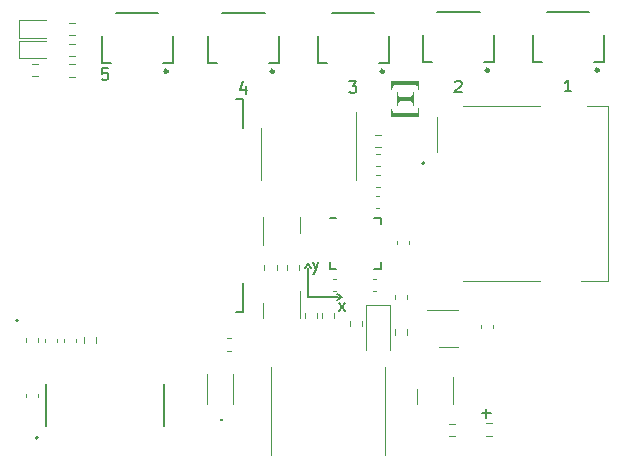
<source format=gbr>
%TF.GenerationSoftware,KiCad,Pcbnew,6.0.10-2.fc37*%
%TF.CreationDate,2023-04-26T13:00:43+02:00*%
%TF.ProjectId,motherboard,6d6f7468-6572-4626-9f61-72642e6b6963,rev?*%
%TF.SameCoordinates,Original*%
%TF.FileFunction,Legend,Top*%
%TF.FilePolarity,Positive*%
%FSLAX46Y46*%
G04 Gerber Fmt 4.6, Leading zero omitted, Abs format (unit mm)*
G04 Created by KiCad (PCBNEW 6.0.10-2.fc37) date 2023-04-26 13:00:43*
%MOMM*%
%LPD*%
G01*
G04 APERTURE LIST*
%ADD10C,0.150000*%
%ADD11C,0.100000*%
%ADD12C,0.120000*%
%ADD13C,0.127000*%
%ADD14C,0.300000*%
%ADD15C,0.200000*%
G04 APERTURE END LIST*
D10*
X149450000Y-104080000D02*
X149100000Y-104330000D01*
X146650000Y-101580000D02*
X146650000Y-104080000D01*
X149100000Y-103780000D02*
X149450000Y-104080000D01*
X146650000Y-104080000D02*
X149150000Y-104080000D01*
X146350000Y-101580000D02*
X146650000Y-101230000D01*
X146650000Y-101230000D02*
X146900000Y-101580000D01*
X162080952Y-113871428D02*
X161319047Y-113871428D01*
X161700000Y-114252380D02*
X161700000Y-113490476D01*
X147011904Y-101115714D02*
X147250000Y-101782380D01*
X147488095Y-101115714D02*
X147250000Y-101782380D01*
X147154761Y-102020476D01*
X147107142Y-102068095D01*
X147011904Y-102115714D01*
X149248095Y-105202380D02*
X149771904Y-104535714D01*
X149248095Y-104535714D02*
X149771904Y-105202380D01*
%TO.C,J3*%
X168915876Y-86642637D02*
X168344123Y-86642637D01*
X168630000Y-86642637D02*
X168630000Y-85642070D01*
X168534707Y-85785008D01*
X168439415Y-85880300D01*
X168344123Y-85927946D01*
%TO.C,J4*%
X159054123Y-85827362D02*
X159101769Y-85779716D01*
X159197061Y-85732070D01*
X159435292Y-85732070D01*
X159530584Y-85779716D01*
X159578230Y-85827362D01*
X159625876Y-85922654D01*
X159625876Y-86017946D01*
X159578230Y-86160884D01*
X159006477Y-86732637D01*
X159625876Y-86732637D01*
%TO.C,J6*%
X141340584Y-86155592D02*
X141340584Y-86822637D01*
X141102353Y-85774424D02*
X140864123Y-86489115D01*
X141483522Y-86489115D01*
%TO.C,J7*%
X129658230Y-84672070D02*
X129181769Y-84672070D01*
X129134123Y-85148530D01*
X129181769Y-85100884D01*
X129277061Y-85053238D01*
X129515292Y-85053238D01*
X129610584Y-85100884D01*
X129658230Y-85148530D01*
X129705876Y-85243823D01*
X129705876Y-85482053D01*
X129658230Y-85577345D01*
X129610584Y-85624991D01*
X129515292Y-85672637D01*
X129277061Y-85672637D01*
X129181769Y-85624991D01*
X129134123Y-85577345D01*
%TO.C,J5*%
X150096477Y-85762070D02*
X150715876Y-85762070D01*
X150382353Y-86143238D01*
X150525292Y-86143238D01*
X150620584Y-86190884D01*
X150668230Y-86238530D01*
X150715876Y-86333823D01*
X150715876Y-86572053D01*
X150668230Y-86667345D01*
X150620584Y-86714991D01*
X150525292Y-86762637D01*
X150239415Y-86762637D01*
X150144123Y-86714991D01*
X150096477Y-86667345D01*
D11*
%TO.C,J1*%
X143470000Y-110000000D02*
X143470000Y-117450000D01*
X153120000Y-110000000D02*
X153120000Y-117450000D01*
D12*
%TO.C,R9*%
X159047258Y-115832500D02*
X158572742Y-115832500D01*
X159047258Y-114787500D02*
X158572742Y-114787500D01*
%TO.C,R2*%
X151192500Y-106537258D02*
X151192500Y-106062742D01*
X150147500Y-106537258D02*
X150147500Y-106062742D01*
%TO.C,R10*%
X126877258Y-80837500D02*
X126402742Y-80837500D01*
X126877258Y-81882500D02*
X126402742Y-81882500D01*
%TO.C,R13*%
X147372500Y-105857258D02*
X147372500Y-105382742D01*
X146327500Y-105857258D02*
X146327500Y-105382742D01*
D13*
%TO.C,J3*%
X170840000Y-84135000D02*
X171640000Y-84135000D01*
X171640000Y-84135000D02*
X171640000Y-81860000D01*
X165640000Y-84135000D02*
X165640000Y-81860000D01*
X166440000Y-84135000D02*
X165640000Y-84135000D01*
X170440000Y-79885000D02*
X166840000Y-79885000D01*
D14*
X171190000Y-84845000D02*
G75*
G03*
X171190000Y-84845000I-100000J0D01*
G01*
D12*
%TO.C,R12*%
X126377742Y-84337500D02*
X126852258Y-84337500D01*
X126377742Y-85382500D02*
X126852258Y-85382500D01*
%TO.C,Q1*%
X155800000Y-112470000D02*
X155800000Y-111820000D01*
X155800000Y-112470000D02*
X155800000Y-113120000D01*
X158920000Y-112470000D02*
X158920000Y-110795000D01*
X158920000Y-112470000D02*
X158920000Y-113120000D01*
%TO.C,R5*%
X154992500Y-107247258D02*
X154992500Y-106772742D01*
X153947500Y-107247258D02*
X153947500Y-106772742D01*
%TO.C,U2*%
X158470000Y-105160000D02*
X159270000Y-105160000D01*
X158470000Y-108280000D02*
X159270000Y-108280000D01*
X158470000Y-108280000D02*
X157670000Y-108280000D01*
X158470000Y-105160000D02*
X156670000Y-105160000D01*
%TO.C,R11*%
X123747258Y-84327500D02*
X123272742Y-84327500D01*
X123747258Y-85372500D02*
X123272742Y-85372500D01*
%TO.C,C4*%
X161290000Y-106394420D02*
X161290000Y-106675580D01*
X162310000Y-106394420D02*
X162310000Y-106675580D01*
%TO.C,C5*%
X122745000Y-112239420D02*
X122745000Y-112520580D01*
X123765000Y-112239420D02*
X123765000Y-112520580D01*
%TO.C,C14*%
X152364420Y-95480000D02*
X152645580Y-95480000D01*
X152364420Y-96500000D02*
X152645580Y-96500000D01*
D13*
%TO.C,J4*%
X161140000Y-79885000D02*
X157540000Y-79885000D01*
X157140000Y-84135000D02*
X156340000Y-84135000D01*
X162340000Y-84135000D02*
X162340000Y-81860000D01*
X156340000Y-84135000D02*
X156340000Y-81860000D01*
X161540000Y-84135000D02*
X162340000Y-84135000D01*
D14*
X161890000Y-84845000D02*
G75*
G03*
X161890000Y-84845000I-100000J0D01*
G01*
D12*
%TO.C,C9*%
X152404420Y-92960000D02*
X152685580Y-92960000D01*
X152404420Y-91940000D02*
X152685580Y-91940000D01*
%TO.C,R4*%
X145852500Y-101327742D02*
X145852500Y-101802258D01*
X144807500Y-101327742D02*
X144807500Y-101802258D01*
%TO.C,C7*%
X124380000Y-107569420D02*
X124380000Y-107850580D01*
X125400000Y-107569420D02*
X125400000Y-107850580D01*
%TO.C,Q3*%
X142820000Y-105210000D02*
X142820000Y-105860000D01*
X145940000Y-105210000D02*
X145940000Y-105860000D01*
X145940000Y-105210000D02*
X145940000Y-103535000D01*
X142820000Y-105210000D02*
X142820000Y-104560000D01*
%TO.C,R1*%
X128662500Y-107947258D02*
X128662500Y-107472742D01*
X127617500Y-107947258D02*
X127617500Y-107472742D01*
%TO.C,D3*%
X124410000Y-80615000D02*
X122125000Y-80615000D01*
X122125000Y-82085000D02*
X124410000Y-82085000D01*
X122125000Y-80615000D02*
X122125000Y-82085000D01*
D10*
%TO.C,U5*%
X152755000Y-97340000D02*
X152755000Y-97865000D01*
X148455000Y-97340000D02*
X148980000Y-97340000D01*
X152755000Y-101640000D02*
X152755000Y-101115000D01*
X152755000Y-97340000D02*
X152230000Y-97340000D01*
X152755000Y-101640000D02*
X152230000Y-101640000D01*
X148455000Y-101640000D02*
X148980000Y-101640000D01*
X148455000Y-101640000D02*
X148455000Y-101115000D01*
D11*
%TO.C,S1*%
X140240000Y-110585000D02*
X140240000Y-110585000D01*
X138040000Y-110585000D02*
X138040000Y-110585000D01*
X140240000Y-113085000D02*
X140240000Y-113085000D01*
X138040000Y-110585000D02*
X138040000Y-113085000D01*
D15*
X139240000Y-114435000D02*
X139240000Y-114435000D01*
D11*
X138040000Y-113085000D02*
X138040000Y-110585000D01*
D15*
X139240000Y-114435000D02*
X139240000Y-114435000D01*
D11*
X140240000Y-110585000D02*
X140240000Y-113085000D01*
X138040000Y-113085000D02*
X138040000Y-113085000D01*
D15*
X139340000Y-114435000D02*
X139340000Y-114435000D01*
D11*
X140240000Y-113085000D02*
X140240000Y-110585000D01*
D15*
X139240000Y-114435000D02*
G75*
G03*
X139340000Y-114435000I50000J0D01*
G01*
X139240000Y-114435000D02*
G75*
G03*
X139340000Y-114435000I50000J0D01*
G01*
X139340000Y-114435000D02*
G75*
G03*
X139240000Y-114435000I-50000J0D01*
G01*
D12*
%TO.C,D2*%
X122162500Y-82365000D02*
X122162500Y-83835000D01*
X122162500Y-83835000D02*
X124447500Y-83835000D01*
X124447500Y-82365000D02*
X122162500Y-82365000D01*
%TO.C,R6*%
X126877258Y-83632500D02*
X126402742Y-83632500D01*
X126877258Y-82587500D02*
X126402742Y-82587500D01*
D13*
%TO.C,U3*%
X134390000Y-114985000D02*
X134390000Y-111435000D01*
X134390000Y-114985000D02*
X134390000Y-111435000D01*
X124390000Y-114985000D02*
X124390000Y-111435000D01*
X124390000Y-114985000D02*
X124390000Y-111435000D01*
D15*
X123735000Y-115960000D02*
G75*
G03*
X123735000Y-115960000I-100000J0D01*
G01*
%TO.C,G\u002A\u002A\u002A*%
G36*
X156045987Y-86127423D02*
G01*
X156046280Y-86211729D01*
X156046359Y-86284104D01*
X156046217Y-86345113D01*
X156045846Y-86395323D01*
X156045237Y-86435301D01*
X156044381Y-86465613D01*
X156043272Y-86486827D01*
X156041900Y-86499508D01*
X156040535Y-86503986D01*
X156029049Y-86509550D01*
X156007280Y-86512283D01*
X155997272Y-86512500D01*
X155961075Y-86512500D01*
X155958975Y-86410937D01*
X155958098Y-86372852D01*
X155957026Y-86344719D01*
X155955372Y-86323989D01*
X155952751Y-86308117D01*
X155948776Y-86294554D01*
X155943062Y-86280754D01*
X155937418Y-86268750D01*
X155908481Y-86221460D01*
X155871232Y-86183385D01*
X155825285Y-86154183D01*
X155791250Y-86140033D01*
X155786175Y-86138391D01*
X155780490Y-86136906D01*
X155773568Y-86135572D01*
X155764783Y-86134381D01*
X155753510Y-86133323D01*
X155739123Y-86132392D01*
X155720997Y-86131579D01*
X155698506Y-86130876D01*
X155671025Y-86130275D01*
X155637927Y-86129768D01*
X155598587Y-86129348D01*
X155552380Y-86129006D01*
X155498680Y-86128734D01*
X155436862Y-86128524D01*
X155366299Y-86128369D01*
X155286366Y-86128260D01*
X155196437Y-86128188D01*
X155095888Y-86128148D01*
X154984091Y-86128129D01*
X154860423Y-86128125D01*
X154860000Y-86128125D01*
X154736291Y-86128129D01*
X154624457Y-86128148D01*
X154523872Y-86128188D01*
X154433910Y-86128259D01*
X154353946Y-86128368D01*
X154283353Y-86128524D01*
X154221507Y-86128733D01*
X154167781Y-86129005D01*
X154121551Y-86129347D01*
X154082190Y-86129767D01*
X154049073Y-86130273D01*
X154021574Y-86130874D01*
X153999068Y-86131576D01*
X153980928Y-86132389D01*
X153966530Y-86133320D01*
X153955248Y-86134377D01*
X153946457Y-86135568D01*
X153939529Y-86136902D01*
X153933841Y-86138386D01*
X153928766Y-86140028D01*
X153928750Y-86140033D01*
X153877330Y-86164070D01*
X153833652Y-86197542D01*
X153798623Y-86239641D01*
X153780629Y-86271875D01*
X153774041Y-86286665D01*
X153769286Y-86300059D01*
X153766008Y-86314580D01*
X153763851Y-86332754D01*
X153762460Y-86357104D01*
X153761477Y-86390154D01*
X153761024Y-86410937D01*
X153758924Y-86512500D01*
X153722727Y-86512500D01*
X153697729Y-86510884D01*
X153682302Y-86506298D01*
X153679464Y-86503986D01*
X153677865Y-86498055D01*
X153676535Y-86484068D01*
X153675466Y-86461460D01*
X153674650Y-86429664D01*
X153674079Y-86388113D01*
X153673744Y-86336241D01*
X153673638Y-86273481D01*
X153673751Y-86199266D01*
X153674012Y-86127423D01*
X153675625Y-85759375D01*
X156044375Y-85759375D01*
X156045987Y-86127423D01*
G37*
G36*
X154236624Y-86826562D02*
G01*
X154238258Y-86870390D01*
X154240725Y-86904344D01*
X154244666Y-86931045D01*
X154250720Y-86953117D01*
X154259525Y-86973184D01*
X154271720Y-86993869D01*
X154280660Y-87007272D01*
X154314235Y-87046875D01*
X154354870Y-87077082D01*
X154404213Y-87099110D01*
X154405739Y-87099621D01*
X154413739Y-87102201D01*
X154421732Y-87104417D01*
X154430674Y-87106291D01*
X154441518Y-87107849D01*
X154455222Y-87109112D01*
X154472739Y-87110106D01*
X154495026Y-87110852D01*
X154523038Y-87111375D01*
X154557729Y-87111699D01*
X154600055Y-87111845D01*
X154650972Y-87111839D01*
X154711435Y-87111704D01*
X154782399Y-87111462D01*
X154864819Y-87111138D01*
X154873036Y-87111105D01*
X155300625Y-87109375D01*
X155331875Y-87095020D01*
X155372619Y-87073358D01*
X155404510Y-87049069D01*
X155431194Y-87019281D01*
X155435636Y-87013238D01*
X155454900Y-86982656D01*
X155468793Y-86951040D01*
X155477987Y-86915686D01*
X155483156Y-86873888D01*
X155484974Y-86822941D01*
X155485000Y-86814966D01*
X155485000Y-86731250D01*
X155521250Y-86731250D01*
X155542272Y-86732475D01*
X155558602Y-86735638D01*
X155565000Y-86738750D01*
X155566363Y-86746243D01*
X155567602Y-86765143D01*
X155568716Y-86794356D01*
X155569705Y-86832790D01*
X155570570Y-86879351D01*
X155571310Y-86932947D01*
X155571925Y-86992485D01*
X155572416Y-87056872D01*
X155572782Y-87125014D01*
X155573024Y-87195820D01*
X155573140Y-87268195D01*
X155573133Y-87341047D01*
X155573000Y-87413284D01*
X155572743Y-87483812D01*
X155572361Y-87551538D01*
X155571854Y-87615369D01*
X155571223Y-87674213D01*
X155570467Y-87726976D01*
X155569586Y-87772565D01*
X155568581Y-87809888D01*
X155567451Y-87837852D01*
X155566197Y-87855363D01*
X155565000Y-87861249D01*
X155554980Y-87865345D01*
X155536968Y-87868070D01*
X155521250Y-87868750D01*
X155485000Y-87868750D01*
X155485000Y-87785033D01*
X155483595Y-87732598D01*
X155478933Y-87689687D01*
X155470340Y-87653598D01*
X155457142Y-87621623D01*
X155438666Y-87591059D01*
X155435636Y-87586761D01*
X155409494Y-87555705D01*
X155378786Y-87530655D01*
X155339869Y-87508738D01*
X155331875Y-87504979D01*
X155300625Y-87490625D01*
X154419375Y-87490625D01*
X154382353Y-87507948D01*
X154335825Y-87534646D01*
X154299259Y-87567026D01*
X154273648Y-87601830D01*
X154258571Y-87629970D01*
X154247785Y-87658274D01*
X154240686Y-87689620D01*
X154236672Y-87726885D01*
X154235139Y-87772946D01*
X154235074Y-87785937D01*
X154235000Y-87868750D01*
X154198750Y-87868750D01*
X154177727Y-87867524D01*
X154161397Y-87864361D01*
X154155000Y-87861250D01*
X154153636Y-87853756D01*
X154152397Y-87834856D01*
X154151283Y-87805643D01*
X154150294Y-87767209D01*
X154149429Y-87720648D01*
X154148689Y-87667052D01*
X154148074Y-87607514D01*
X154147583Y-87543127D01*
X154147217Y-87474985D01*
X154146975Y-87404179D01*
X154146859Y-87331804D01*
X154146866Y-87258952D01*
X154146999Y-87186715D01*
X154147256Y-87116187D01*
X154147638Y-87048461D01*
X154148145Y-86984630D01*
X154148776Y-86925786D01*
X154149532Y-86873023D01*
X154150413Y-86827434D01*
X154151418Y-86790111D01*
X154152548Y-86762147D01*
X154153802Y-86744636D01*
X154155000Y-86738749D01*
X154165047Y-86734625D01*
X154183035Y-86731901D01*
X154198189Y-86731250D01*
X154233878Y-86731250D01*
X154236624Y-86826562D01*
G37*
G36*
X153761024Y-88189062D02*
G01*
X153761935Y-88227462D01*
X153763076Y-88255887D01*
X153764802Y-88276862D01*
X153767470Y-88292911D01*
X153771435Y-88306558D01*
X153777053Y-88320328D01*
X153780629Y-88328125D01*
X153809431Y-88375492D01*
X153847483Y-88414768D01*
X153893878Y-88445144D01*
X153928750Y-88459966D01*
X153933824Y-88461608D01*
X153939509Y-88463093D01*
X153946431Y-88464427D01*
X153955216Y-88465618D01*
X153966489Y-88466676D01*
X153980876Y-88467607D01*
X153999002Y-88468420D01*
X154021493Y-88469123D01*
X154048974Y-88469724D01*
X154082072Y-88470231D01*
X154121412Y-88470651D01*
X154167619Y-88470993D01*
X154221319Y-88471265D01*
X154283137Y-88471475D01*
X154353700Y-88471630D01*
X154433633Y-88471739D01*
X154523562Y-88471811D01*
X154624111Y-88471851D01*
X154735908Y-88471870D01*
X154859576Y-88471874D01*
X154860000Y-88471875D01*
X154983708Y-88471870D01*
X155095542Y-88471851D01*
X155196127Y-88471811D01*
X155286089Y-88471740D01*
X155366053Y-88471631D01*
X155436646Y-88471475D01*
X155498492Y-88471266D01*
X155552218Y-88470994D01*
X155598448Y-88470652D01*
X155637809Y-88470232D01*
X155670926Y-88469726D01*
X155698425Y-88469125D01*
X155720931Y-88468423D01*
X155739071Y-88467610D01*
X155753469Y-88466679D01*
X155764751Y-88465622D01*
X155773542Y-88464431D01*
X155780470Y-88463097D01*
X155786158Y-88461613D01*
X155791233Y-88459971D01*
X155791250Y-88459966D01*
X155842949Y-88436247D01*
X155885702Y-88403872D01*
X155919897Y-88362500D01*
X155937418Y-88331250D01*
X155944686Y-88315606D01*
X155949926Y-88302106D01*
X155953524Y-88288202D01*
X155955865Y-88271346D01*
X155957335Y-88248991D01*
X155958322Y-88218591D01*
X155958975Y-88189062D01*
X155961075Y-88087500D01*
X155997272Y-88087500D01*
X156022270Y-88089115D01*
X156037697Y-88093701D01*
X156040535Y-88096013D01*
X156042134Y-88101944D01*
X156043464Y-88115931D01*
X156044533Y-88138539D01*
X156045349Y-88170335D01*
X156045920Y-88211886D01*
X156046255Y-88263758D01*
X156046361Y-88326518D01*
X156046248Y-88400733D01*
X156045987Y-88472576D01*
X156044375Y-88840625D01*
X154862620Y-88842203D01*
X154741996Y-88842342D01*
X154624720Y-88842435D01*
X154511402Y-88842483D01*
X154402654Y-88842486D01*
X154299088Y-88842447D01*
X154201314Y-88842366D01*
X154109944Y-88842246D01*
X154025589Y-88842087D01*
X153948861Y-88841890D01*
X153880372Y-88841658D01*
X153820732Y-88841392D01*
X153770553Y-88841092D01*
X153730446Y-88840760D01*
X153701024Y-88840397D01*
X153682896Y-88840006D01*
X153676682Y-88839599D01*
X153675924Y-88832757D01*
X153675209Y-88814525D01*
X153674552Y-88786012D01*
X153673963Y-88748327D01*
X153673457Y-88702579D01*
X153673045Y-88649880D01*
X153672740Y-88591336D01*
X153672554Y-88528060D01*
X153672500Y-88468958D01*
X153672564Y-88387025D01*
X153672767Y-88316881D01*
X153673122Y-88257816D01*
X153673644Y-88209120D01*
X153674347Y-88170082D01*
X153675246Y-88139991D01*
X153676354Y-88118138D01*
X153677686Y-88103811D01*
X153679255Y-88096302D01*
X153679999Y-88095000D01*
X153690046Y-88090876D01*
X153708035Y-88088152D01*
X153723212Y-88087500D01*
X153758924Y-88087500D01*
X153761024Y-88189062D01*
G37*
D12*
%TO.C,R8*%
X162177258Y-114757500D02*
X161702742Y-114757500D01*
X162177258Y-115802500D02*
X161702742Y-115802500D01*
%TO.C,C11*%
X154140000Y-99600580D02*
X154140000Y-99319420D01*
X155160000Y-99600580D02*
X155160000Y-99319420D01*
D13*
%TO.C,J6*%
X143340000Y-84235000D02*
X144140000Y-84235000D01*
X138940000Y-84235000D02*
X138140000Y-84235000D01*
X138140000Y-84235000D02*
X138140000Y-81960000D01*
X144140000Y-84235000D02*
X144140000Y-81960000D01*
X142940000Y-79985000D02*
X139340000Y-79985000D01*
D14*
X143690000Y-84945000D02*
G75*
G03*
X143690000Y-84945000I-100000J0D01*
G01*
D12*
%TO.C,Q2*%
X142830000Y-97960000D02*
X142830000Y-97310000D01*
X145950000Y-97960000D02*
X145950000Y-98610000D01*
X142830000Y-97960000D02*
X142830000Y-99635000D01*
X145950000Y-97960000D02*
X145950000Y-97310000D01*
%TO.C,C8*%
X122720000Y-107554420D02*
X122720000Y-107835580D01*
X123740000Y-107554420D02*
X123740000Y-107835580D01*
%TO.C,U4*%
X150675000Y-91960000D02*
X150675000Y-88360000D01*
X142605000Y-91960000D02*
X142605000Y-94160000D01*
X150675000Y-91960000D02*
X150675000Y-94160000D01*
X142605000Y-91960000D02*
X142605000Y-89760000D01*
%TO.C,C2*%
X126950000Y-107569420D02*
X126950000Y-107850580D01*
X125930000Y-107569420D02*
X125930000Y-107850580D01*
%TO.C,C1*%
X140060580Y-108580000D02*
X139779420Y-108580000D01*
X140060580Y-107560000D02*
X139779420Y-107560000D01*
%TO.C,C10*%
X152404420Y-94710000D02*
X152685580Y-94710000D01*
X152404420Y-93690000D02*
X152685580Y-93690000D01*
%TO.C,C13*%
X152109420Y-102530000D02*
X152390580Y-102530000D01*
X152109420Y-103550000D02*
X152390580Y-103550000D01*
%TO.C,R7*%
X152787258Y-90317500D02*
X152312742Y-90317500D01*
X152787258Y-91362500D02*
X152312742Y-91362500D01*
%TO.C,D1*%
X151550000Y-104700000D02*
X151550000Y-108550000D01*
X153550000Y-104700000D02*
X153550000Y-108550000D01*
X153550000Y-104700000D02*
X151550000Y-104700000D01*
D13*
%TO.C,U1*%
X141140000Y-89742500D02*
X141140000Y-87292500D01*
X141140000Y-87292500D02*
X140490000Y-87292500D01*
X141140000Y-105292500D02*
X141140000Y-102842500D01*
X140490000Y-105292500D02*
X141140000Y-105292500D01*
D15*
X122090000Y-106042500D02*
G75*
G03*
X122090000Y-106042500I-100000J0D01*
G01*
D12*
%TO.C,R3*%
X143962500Y-101802258D02*
X143962500Y-101327742D01*
X142917500Y-101802258D02*
X142917500Y-101327742D01*
%TO.C,C12*%
X148689420Y-103550000D02*
X148970580Y-103550000D01*
X148689420Y-102530000D02*
X148970580Y-102530000D01*
%TO.C,C3*%
X154980000Y-104180580D02*
X154980000Y-103899420D01*
X153960000Y-104180580D02*
X153960000Y-103899420D01*
D11*
%TO.C,111*%
X169765000Y-102710000D02*
X172015000Y-102710000D01*
D15*
X156265000Y-92710000D02*
X156265000Y-92710000D01*
D11*
X172015000Y-87910000D02*
X170265000Y-87910000D01*
X159765000Y-102710000D02*
X166265000Y-102710000D01*
D15*
X156465000Y-92710000D02*
X156465000Y-92710000D01*
D11*
X166265000Y-87910000D02*
X159765000Y-87910000D01*
X157515000Y-91810000D02*
X157515000Y-88810000D01*
X172015000Y-102710000D02*
X172015000Y-87910000D01*
D15*
X156465000Y-92710000D02*
G75*
G03*
X156265000Y-92710000I-100000J0D01*
G01*
X156265000Y-92710000D02*
G75*
G03*
X156465000Y-92710000I100000J0D01*
G01*
D13*
%TO.C,J7*%
X129940000Y-84235000D02*
X129140000Y-84235000D01*
X135140000Y-84235000D02*
X135140000Y-81960000D01*
X133940000Y-79985000D02*
X130340000Y-79985000D01*
X134340000Y-84235000D02*
X135140000Y-84235000D01*
X129140000Y-84235000D02*
X129140000Y-81960000D01*
D14*
X134690000Y-84945000D02*
G75*
G03*
X134690000Y-84945000I-100000J0D01*
G01*
D12*
%TO.C,R14*%
X148842500Y-105857258D02*
X148842500Y-105382742D01*
X147797500Y-105857258D02*
X147797500Y-105382742D01*
D13*
%TO.C,J5*%
X148240000Y-84235000D02*
X147440000Y-84235000D01*
X147440000Y-84235000D02*
X147440000Y-81960000D01*
X152240000Y-79985000D02*
X148640000Y-79985000D01*
X152640000Y-84235000D02*
X153440000Y-84235000D01*
X153440000Y-84235000D02*
X153440000Y-81960000D01*
D14*
X152990000Y-84945000D02*
G75*
G03*
X152990000Y-84945000I-100000J0D01*
G01*
%TD*%
M02*

</source>
